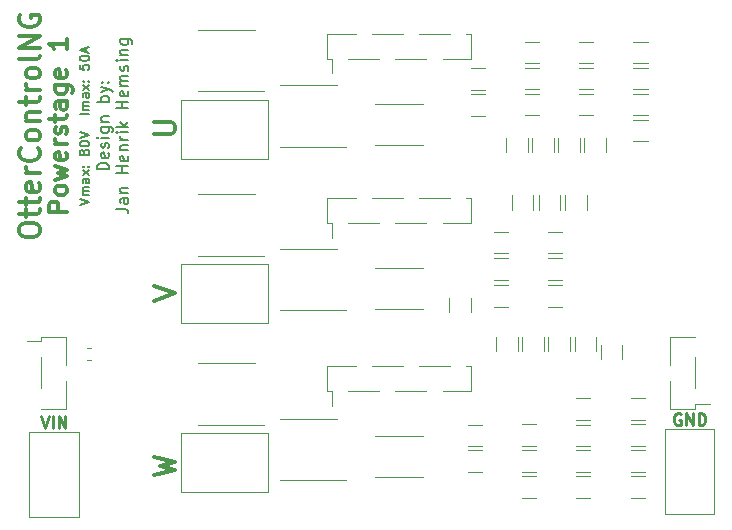
<source format=gto>
G04 #@! TF.GenerationSoftware,KiCad,Pcbnew,5.1.0*
G04 #@! TF.CreationDate,2019-05-14T15:50:41+02:00*
G04 #@! TF.ProjectId,AluPCB,416c7550-4342-42e6-9b69-6361645f7063,rev?*
G04 #@! TF.SameCoordinates,Original*
G04 #@! TF.FileFunction,Legend,Top*
G04 #@! TF.FilePolarity,Positive*
%FSLAX46Y46*%
G04 Gerber Fmt 4.6, Leading zero omitted, Abs format (unit mm)*
G04 Created by KiCad (PCBNEW 5.1.0) date 2019-05-14 15:50:41*
%MOMM*%
%LPD*%
G04 APERTURE LIST*
%ADD10C,0.120000*%
%ADD11C,0.150000*%
%ADD12C,0.300000*%
%ADD13C,0.250000*%
G04 APERTURE END LIST*
D10*
X79700000Y-65900000D02*
X75500000Y-65900000D01*
X79700000Y-58700000D02*
X79700000Y-65900000D01*
X75500000Y-58700000D02*
X79700000Y-58700000D01*
X75500000Y-65900000D02*
X75500000Y-58700000D01*
X21700000Y-66100000D02*
X25900000Y-66100000D01*
X21700000Y-58900000D02*
X21700000Y-66100000D01*
X25900000Y-58900000D02*
X21700000Y-58900000D01*
X25900000Y-66100000D02*
X25900000Y-58900000D01*
X34500000Y-30800000D02*
X34500000Y-35800000D01*
X41900000Y-30800000D02*
X34500000Y-30800000D01*
X41900000Y-35800000D02*
X41900000Y-30800000D01*
X34500000Y-35800000D02*
X41900000Y-35800000D01*
X34500000Y-49700000D02*
X41900000Y-49700000D01*
X34500000Y-44700000D02*
X34500000Y-49700000D01*
X41900000Y-44700000D02*
X34500000Y-44700000D01*
X41900000Y-49700000D02*
X41900000Y-44700000D01*
X34500000Y-64000000D02*
X34500000Y-59000000D01*
X41900000Y-64000000D02*
X34500000Y-64000000D01*
X41900000Y-59000000D02*
X41900000Y-64000000D01*
X34500000Y-59000000D02*
X41900000Y-59000000D01*
D11*
X28427380Y-36690476D02*
X27427380Y-36690476D01*
X27427380Y-36452380D01*
X27475000Y-36309523D01*
X27570238Y-36214285D01*
X27665476Y-36166666D01*
X27855952Y-36119047D01*
X27998809Y-36119047D01*
X28189285Y-36166666D01*
X28284523Y-36214285D01*
X28379761Y-36309523D01*
X28427380Y-36452380D01*
X28427380Y-36690476D01*
X28379761Y-35309523D02*
X28427380Y-35404761D01*
X28427380Y-35595238D01*
X28379761Y-35690476D01*
X28284523Y-35738095D01*
X27903571Y-35738095D01*
X27808333Y-35690476D01*
X27760714Y-35595238D01*
X27760714Y-35404761D01*
X27808333Y-35309523D01*
X27903571Y-35261904D01*
X27998809Y-35261904D01*
X28094047Y-35738095D01*
X28379761Y-34880952D02*
X28427380Y-34785714D01*
X28427380Y-34595238D01*
X28379761Y-34500000D01*
X28284523Y-34452380D01*
X28236904Y-34452380D01*
X28141666Y-34500000D01*
X28094047Y-34595238D01*
X28094047Y-34738095D01*
X28046428Y-34833333D01*
X27951190Y-34880952D01*
X27903571Y-34880952D01*
X27808333Y-34833333D01*
X27760714Y-34738095D01*
X27760714Y-34595238D01*
X27808333Y-34500000D01*
X28427380Y-34023809D02*
X27760714Y-34023809D01*
X27427380Y-34023809D02*
X27475000Y-34071428D01*
X27522619Y-34023809D01*
X27475000Y-33976190D01*
X27427380Y-34023809D01*
X27522619Y-34023809D01*
X27760714Y-33119047D02*
X28570238Y-33119047D01*
X28665476Y-33166666D01*
X28713095Y-33214285D01*
X28760714Y-33309523D01*
X28760714Y-33452380D01*
X28713095Y-33547619D01*
X28379761Y-33119047D02*
X28427380Y-33214285D01*
X28427380Y-33404761D01*
X28379761Y-33500000D01*
X28332142Y-33547619D01*
X28236904Y-33595238D01*
X27951190Y-33595238D01*
X27855952Y-33547619D01*
X27808333Y-33500000D01*
X27760714Y-33404761D01*
X27760714Y-33214285D01*
X27808333Y-33119047D01*
X27760714Y-32642857D02*
X28427380Y-32642857D01*
X27855952Y-32642857D02*
X27808333Y-32595238D01*
X27760714Y-32500000D01*
X27760714Y-32357142D01*
X27808333Y-32261904D01*
X27903571Y-32214285D01*
X28427380Y-32214285D01*
X28427380Y-30976190D02*
X27427380Y-30976190D01*
X27808333Y-30976190D02*
X27760714Y-30880952D01*
X27760714Y-30690476D01*
X27808333Y-30595238D01*
X27855952Y-30547619D01*
X27951190Y-30500000D01*
X28236904Y-30500000D01*
X28332142Y-30547619D01*
X28379761Y-30595238D01*
X28427380Y-30690476D01*
X28427380Y-30880952D01*
X28379761Y-30976190D01*
X27760714Y-30166666D02*
X28427380Y-29928571D01*
X27760714Y-29690476D02*
X28427380Y-29928571D01*
X28665476Y-30023809D01*
X28713095Y-30071428D01*
X28760714Y-30166666D01*
X28332142Y-29309523D02*
X28379761Y-29261904D01*
X28427380Y-29309523D01*
X28379761Y-29357142D01*
X28332142Y-29309523D01*
X28427380Y-29309523D01*
X27808333Y-29309523D02*
X27855952Y-29261904D01*
X27903571Y-29309523D01*
X27855952Y-29357142D01*
X27808333Y-29309523D01*
X27903571Y-29309523D01*
X29077380Y-40047619D02*
X29791666Y-40047619D01*
X29934523Y-40095238D01*
X30029761Y-40190476D01*
X30077380Y-40333333D01*
X30077380Y-40428571D01*
X30077380Y-39142857D02*
X29553571Y-39142857D01*
X29458333Y-39190476D01*
X29410714Y-39285714D01*
X29410714Y-39476190D01*
X29458333Y-39571428D01*
X30029761Y-39142857D02*
X30077380Y-39238095D01*
X30077380Y-39476190D01*
X30029761Y-39571428D01*
X29934523Y-39619047D01*
X29839285Y-39619047D01*
X29744047Y-39571428D01*
X29696428Y-39476190D01*
X29696428Y-39238095D01*
X29648809Y-39142857D01*
X29410714Y-38666666D02*
X30077380Y-38666666D01*
X29505952Y-38666666D02*
X29458333Y-38619047D01*
X29410714Y-38523809D01*
X29410714Y-38380952D01*
X29458333Y-38285714D01*
X29553571Y-38238095D01*
X30077380Y-38238095D01*
X30077380Y-37000000D02*
X29077380Y-37000000D01*
X29553571Y-37000000D02*
X29553571Y-36428571D01*
X30077380Y-36428571D02*
X29077380Y-36428571D01*
X30029761Y-35571428D02*
X30077380Y-35666666D01*
X30077380Y-35857142D01*
X30029761Y-35952380D01*
X29934523Y-36000000D01*
X29553571Y-36000000D01*
X29458333Y-35952380D01*
X29410714Y-35857142D01*
X29410714Y-35666666D01*
X29458333Y-35571428D01*
X29553571Y-35523809D01*
X29648809Y-35523809D01*
X29744047Y-36000000D01*
X29410714Y-35095238D02*
X30077380Y-35095238D01*
X29505952Y-35095238D02*
X29458333Y-35047619D01*
X29410714Y-34952380D01*
X29410714Y-34809523D01*
X29458333Y-34714285D01*
X29553571Y-34666666D01*
X30077380Y-34666666D01*
X30077380Y-34190476D02*
X29410714Y-34190476D01*
X29601190Y-34190476D02*
X29505952Y-34142857D01*
X29458333Y-34095238D01*
X29410714Y-34000000D01*
X29410714Y-33904761D01*
X30077380Y-33571428D02*
X29410714Y-33571428D01*
X29077380Y-33571428D02*
X29125000Y-33619047D01*
X29172619Y-33571428D01*
X29125000Y-33523809D01*
X29077380Y-33571428D01*
X29172619Y-33571428D01*
X30077380Y-33095238D02*
X29077380Y-33095238D01*
X29696428Y-33000000D02*
X30077380Y-32714285D01*
X29410714Y-32714285D02*
X29791666Y-33095238D01*
X30077380Y-31523809D02*
X29077380Y-31523809D01*
X29553571Y-31523809D02*
X29553571Y-30952380D01*
X30077380Y-30952380D02*
X29077380Y-30952380D01*
X30029761Y-30095238D02*
X30077380Y-30190476D01*
X30077380Y-30380952D01*
X30029761Y-30476190D01*
X29934523Y-30523809D01*
X29553571Y-30523809D01*
X29458333Y-30476190D01*
X29410714Y-30380952D01*
X29410714Y-30190476D01*
X29458333Y-30095238D01*
X29553571Y-30047619D01*
X29648809Y-30047619D01*
X29744047Y-30523809D01*
X30077380Y-29619047D02*
X29410714Y-29619047D01*
X29505952Y-29619047D02*
X29458333Y-29571428D01*
X29410714Y-29476190D01*
X29410714Y-29333333D01*
X29458333Y-29238095D01*
X29553571Y-29190476D01*
X30077380Y-29190476D01*
X29553571Y-29190476D02*
X29458333Y-29142857D01*
X29410714Y-29047619D01*
X29410714Y-28904761D01*
X29458333Y-28809523D01*
X29553571Y-28761904D01*
X30077380Y-28761904D01*
X30029761Y-28333333D02*
X30077380Y-28238095D01*
X30077380Y-28047619D01*
X30029761Y-27952380D01*
X29934523Y-27904761D01*
X29886904Y-27904761D01*
X29791666Y-27952380D01*
X29744047Y-28047619D01*
X29744047Y-28190476D01*
X29696428Y-28285714D01*
X29601190Y-28333333D01*
X29553571Y-28333333D01*
X29458333Y-28285714D01*
X29410714Y-28190476D01*
X29410714Y-28047619D01*
X29458333Y-27952380D01*
X30077380Y-27476190D02*
X29410714Y-27476190D01*
X29077380Y-27476190D02*
X29125000Y-27523809D01*
X29172619Y-27476190D01*
X29125000Y-27428571D01*
X29077380Y-27476190D01*
X29172619Y-27476190D01*
X29410714Y-27000000D02*
X30077380Y-27000000D01*
X29505952Y-27000000D02*
X29458333Y-26952380D01*
X29410714Y-26857142D01*
X29410714Y-26714285D01*
X29458333Y-26619047D01*
X29553571Y-26571428D01*
X30077380Y-26571428D01*
X29410714Y-25666666D02*
X30220238Y-25666666D01*
X30315476Y-25714285D01*
X30363095Y-25761904D01*
X30410714Y-25857142D01*
X30410714Y-26000000D01*
X30363095Y-26095238D01*
X30029761Y-25666666D02*
X30077380Y-25761904D01*
X30077380Y-25952380D01*
X30029761Y-26047619D01*
X29982142Y-26095238D01*
X29886904Y-26142857D01*
X29601190Y-26142857D01*
X29505952Y-26095238D01*
X29458333Y-26047619D01*
X29410714Y-25952380D01*
X29410714Y-25761904D01*
X29458333Y-25666666D01*
X25961904Y-39704761D02*
X26761904Y-39438095D01*
X25961904Y-39171428D01*
X26761904Y-38904761D02*
X26228571Y-38904761D01*
X26304761Y-38904761D02*
X26266666Y-38866666D01*
X26228571Y-38790476D01*
X26228571Y-38676190D01*
X26266666Y-38600000D01*
X26342857Y-38561904D01*
X26761904Y-38561904D01*
X26342857Y-38561904D02*
X26266666Y-38523809D01*
X26228571Y-38447619D01*
X26228571Y-38333333D01*
X26266666Y-38257142D01*
X26342857Y-38219047D01*
X26761904Y-38219047D01*
X26761904Y-37495238D02*
X26342857Y-37495238D01*
X26266666Y-37533333D01*
X26228571Y-37609523D01*
X26228571Y-37761904D01*
X26266666Y-37838095D01*
X26723809Y-37495238D02*
X26761904Y-37571428D01*
X26761904Y-37761904D01*
X26723809Y-37838095D01*
X26647619Y-37876190D01*
X26571428Y-37876190D01*
X26495238Y-37838095D01*
X26457142Y-37761904D01*
X26457142Y-37571428D01*
X26419047Y-37495238D01*
X26761904Y-37190476D02*
X26228571Y-36771428D01*
X26228571Y-37190476D02*
X26761904Y-36771428D01*
X26685714Y-36466666D02*
X26723809Y-36428571D01*
X26761904Y-36466666D01*
X26723809Y-36504761D01*
X26685714Y-36466666D01*
X26761904Y-36466666D01*
X26266666Y-36466666D02*
X26304761Y-36428571D01*
X26342857Y-36466666D01*
X26304761Y-36504761D01*
X26266666Y-36466666D01*
X26342857Y-36466666D01*
X26304761Y-35361904D02*
X26266666Y-35438095D01*
X26228571Y-35476190D01*
X26152380Y-35514285D01*
X26114285Y-35514285D01*
X26038095Y-35476190D01*
X26000000Y-35438095D01*
X25961904Y-35361904D01*
X25961904Y-35209523D01*
X26000000Y-35133333D01*
X26038095Y-35095238D01*
X26114285Y-35057142D01*
X26152380Y-35057142D01*
X26228571Y-35095238D01*
X26266666Y-35133333D01*
X26304761Y-35209523D01*
X26304761Y-35361904D01*
X26342857Y-35438095D01*
X26380952Y-35476190D01*
X26457142Y-35514285D01*
X26609523Y-35514285D01*
X26685714Y-35476190D01*
X26723809Y-35438095D01*
X26761904Y-35361904D01*
X26761904Y-35209523D01*
X26723809Y-35133333D01*
X26685714Y-35095238D01*
X26609523Y-35057142D01*
X26457142Y-35057142D01*
X26380952Y-35095238D01*
X26342857Y-35133333D01*
X26304761Y-35209523D01*
X25961904Y-34561904D02*
X25961904Y-34485714D01*
X26000000Y-34409523D01*
X26038095Y-34371428D01*
X26114285Y-34333333D01*
X26266666Y-34295238D01*
X26457142Y-34295238D01*
X26609523Y-34333333D01*
X26685714Y-34371428D01*
X26723809Y-34409523D01*
X26761904Y-34485714D01*
X26761904Y-34561904D01*
X26723809Y-34638095D01*
X26685714Y-34676190D01*
X26609523Y-34714285D01*
X26457142Y-34752380D01*
X26266666Y-34752380D01*
X26114285Y-34714285D01*
X26038095Y-34676190D01*
X26000000Y-34638095D01*
X25961904Y-34561904D01*
X25961904Y-34066666D02*
X26761904Y-33800000D01*
X25961904Y-33533333D01*
X26761904Y-32047619D02*
X25961904Y-32047619D01*
X26761904Y-31666666D02*
X26228571Y-31666666D01*
X26304761Y-31666666D02*
X26266666Y-31628571D01*
X26228571Y-31552380D01*
X26228571Y-31438095D01*
X26266666Y-31361904D01*
X26342857Y-31323809D01*
X26761904Y-31323809D01*
X26342857Y-31323809D02*
X26266666Y-31285714D01*
X26228571Y-31209523D01*
X26228571Y-31095238D01*
X26266666Y-31019047D01*
X26342857Y-30980952D01*
X26761904Y-30980952D01*
X26761904Y-30257142D02*
X26342857Y-30257142D01*
X26266666Y-30295238D01*
X26228571Y-30371428D01*
X26228571Y-30523809D01*
X26266666Y-30600000D01*
X26723809Y-30257142D02*
X26761904Y-30333333D01*
X26761904Y-30523809D01*
X26723809Y-30600000D01*
X26647619Y-30638095D01*
X26571428Y-30638095D01*
X26495238Y-30600000D01*
X26457142Y-30523809D01*
X26457142Y-30333333D01*
X26419047Y-30257142D01*
X26761904Y-29952380D02*
X26228571Y-29533333D01*
X26228571Y-29952380D02*
X26761904Y-29533333D01*
X26685714Y-29228571D02*
X26723809Y-29190476D01*
X26761904Y-29228571D01*
X26723809Y-29266666D01*
X26685714Y-29228571D01*
X26761904Y-29228571D01*
X26266666Y-29228571D02*
X26304761Y-29190476D01*
X26342857Y-29228571D01*
X26304761Y-29266666D01*
X26266666Y-29228571D01*
X26342857Y-29228571D01*
X25961904Y-27857142D02*
X25961904Y-28238095D01*
X26342857Y-28276190D01*
X26304761Y-28238095D01*
X26266666Y-28161904D01*
X26266666Y-27971428D01*
X26304761Y-27895238D01*
X26342857Y-27857142D01*
X26419047Y-27819047D01*
X26609523Y-27819047D01*
X26685714Y-27857142D01*
X26723809Y-27895238D01*
X26761904Y-27971428D01*
X26761904Y-28161904D01*
X26723809Y-28238095D01*
X26685714Y-28276190D01*
X25961904Y-27323809D02*
X25961904Y-27247619D01*
X26000000Y-27171428D01*
X26038095Y-27133333D01*
X26114285Y-27095238D01*
X26266666Y-27057142D01*
X26457142Y-27057142D01*
X26609523Y-27095238D01*
X26685714Y-27133333D01*
X26723809Y-27171428D01*
X26761904Y-27247619D01*
X26761904Y-27323809D01*
X26723809Y-27400000D01*
X26685714Y-27438095D01*
X26609523Y-27476190D01*
X26457142Y-27514285D01*
X26266666Y-27514285D01*
X26114285Y-27476190D01*
X26038095Y-27438095D01*
X26000000Y-27400000D01*
X25961904Y-27323809D01*
X26533333Y-26752380D02*
X26533333Y-26371428D01*
X26761904Y-26828571D02*
X25961904Y-26561904D01*
X26761904Y-26295238D01*
D12*
X24878571Y-40285714D02*
X23378571Y-40285714D01*
X23378571Y-39714285D01*
X23450000Y-39571428D01*
X23521428Y-39500000D01*
X23664285Y-39428571D01*
X23878571Y-39428571D01*
X24021428Y-39500000D01*
X24092857Y-39571428D01*
X24164285Y-39714285D01*
X24164285Y-40285714D01*
X24878571Y-38571428D02*
X24807142Y-38714285D01*
X24735714Y-38785714D01*
X24592857Y-38857142D01*
X24164285Y-38857142D01*
X24021428Y-38785714D01*
X23950000Y-38714285D01*
X23878571Y-38571428D01*
X23878571Y-38357142D01*
X23950000Y-38214285D01*
X24021428Y-38142857D01*
X24164285Y-38071428D01*
X24592857Y-38071428D01*
X24735714Y-38142857D01*
X24807142Y-38214285D01*
X24878571Y-38357142D01*
X24878571Y-38571428D01*
X23878571Y-37571428D02*
X24878571Y-37285714D01*
X24164285Y-37000000D01*
X24878571Y-36714285D01*
X23878571Y-36428571D01*
X24807142Y-35285714D02*
X24878571Y-35428571D01*
X24878571Y-35714285D01*
X24807142Y-35857142D01*
X24664285Y-35928571D01*
X24092857Y-35928571D01*
X23950000Y-35857142D01*
X23878571Y-35714285D01*
X23878571Y-35428571D01*
X23950000Y-35285714D01*
X24092857Y-35214285D01*
X24235714Y-35214285D01*
X24378571Y-35928571D01*
X24878571Y-34571428D02*
X23878571Y-34571428D01*
X24164285Y-34571428D02*
X24021428Y-34500000D01*
X23950000Y-34428571D01*
X23878571Y-34285714D01*
X23878571Y-34142857D01*
X24807142Y-33714285D02*
X24878571Y-33571428D01*
X24878571Y-33285714D01*
X24807142Y-33142857D01*
X24664285Y-33071428D01*
X24592857Y-33071428D01*
X24450000Y-33142857D01*
X24378571Y-33285714D01*
X24378571Y-33500000D01*
X24307142Y-33642857D01*
X24164285Y-33714285D01*
X24092857Y-33714285D01*
X23950000Y-33642857D01*
X23878571Y-33500000D01*
X23878571Y-33285714D01*
X23950000Y-33142857D01*
X23878571Y-32642857D02*
X23878571Y-32071428D01*
X23378571Y-32428571D02*
X24664285Y-32428571D01*
X24807142Y-32357142D01*
X24878571Y-32214285D01*
X24878571Y-32071428D01*
X24878571Y-30928571D02*
X24092857Y-30928571D01*
X23950000Y-31000000D01*
X23878571Y-31142857D01*
X23878571Y-31428571D01*
X23950000Y-31571428D01*
X24807142Y-30928571D02*
X24878571Y-31071428D01*
X24878571Y-31428571D01*
X24807142Y-31571428D01*
X24664285Y-31642857D01*
X24521428Y-31642857D01*
X24378571Y-31571428D01*
X24307142Y-31428571D01*
X24307142Y-31071428D01*
X24235714Y-30928571D01*
X23878571Y-29571428D02*
X25092857Y-29571428D01*
X25235714Y-29642857D01*
X25307142Y-29714285D01*
X25378571Y-29857142D01*
X25378571Y-30071428D01*
X25307142Y-30214285D01*
X24807142Y-29571428D02*
X24878571Y-29714285D01*
X24878571Y-30000000D01*
X24807142Y-30142857D01*
X24735714Y-30214285D01*
X24592857Y-30285714D01*
X24164285Y-30285714D01*
X24021428Y-30214285D01*
X23950000Y-30142857D01*
X23878571Y-30000000D01*
X23878571Y-29714285D01*
X23950000Y-29571428D01*
X24807142Y-28285714D02*
X24878571Y-28428571D01*
X24878571Y-28714285D01*
X24807142Y-28857142D01*
X24664285Y-28928571D01*
X24092857Y-28928571D01*
X23950000Y-28857142D01*
X23878571Y-28714285D01*
X23878571Y-28428571D01*
X23950000Y-28285714D01*
X24092857Y-28214285D01*
X24235714Y-28214285D01*
X24378571Y-28928571D01*
X24878571Y-25642857D02*
X24878571Y-26500000D01*
X24878571Y-26071428D02*
X23378571Y-26071428D01*
X23592857Y-26214285D01*
X23735714Y-26357142D01*
X23807142Y-26500000D01*
X20841666Y-42000000D02*
X20841666Y-41666666D01*
X20925000Y-41500000D01*
X21091666Y-41333333D01*
X21425000Y-41250000D01*
X22008333Y-41250000D01*
X22341666Y-41333333D01*
X22508333Y-41500000D01*
X22591666Y-41666666D01*
X22591666Y-42000000D01*
X22508333Y-42166666D01*
X22341666Y-42333333D01*
X22008333Y-42416666D01*
X21425000Y-42416666D01*
X21091666Y-42333333D01*
X20925000Y-42166666D01*
X20841666Y-42000000D01*
X21425000Y-40750000D02*
X21425000Y-40083333D01*
X20841666Y-40500000D02*
X22341666Y-40500000D01*
X22508333Y-40416666D01*
X22591666Y-40250000D01*
X22591666Y-40083333D01*
X21425000Y-39750000D02*
X21425000Y-39083333D01*
X20841666Y-39500000D02*
X22341666Y-39500000D01*
X22508333Y-39416666D01*
X22591666Y-39250000D01*
X22591666Y-39083333D01*
X22508333Y-37833333D02*
X22591666Y-38000000D01*
X22591666Y-38333333D01*
X22508333Y-38500000D01*
X22341666Y-38583333D01*
X21675000Y-38583333D01*
X21508333Y-38500000D01*
X21425000Y-38333333D01*
X21425000Y-38000000D01*
X21508333Y-37833333D01*
X21675000Y-37750000D01*
X21841666Y-37750000D01*
X22008333Y-38583333D01*
X22591666Y-37000000D02*
X21425000Y-37000000D01*
X21758333Y-37000000D02*
X21591666Y-36916666D01*
X21508333Y-36833333D01*
X21425000Y-36666666D01*
X21425000Y-36500000D01*
X22425000Y-34916666D02*
X22508333Y-35000000D01*
X22591666Y-35250000D01*
X22591666Y-35416666D01*
X22508333Y-35666666D01*
X22341666Y-35833333D01*
X22175000Y-35916666D01*
X21841666Y-36000000D01*
X21591666Y-36000000D01*
X21258333Y-35916666D01*
X21091666Y-35833333D01*
X20925000Y-35666666D01*
X20841666Y-35416666D01*
X20841666Y-35250000D01*
X20925000Y-35000000D01*
X21008333Y-34916666D01*
X22591666Y-33916666D02*
X22508333Y-34083333D01*
X22425000Y-34166666D01*
X22258333Y-34250000D01*
X21758333Y-34250000D01*
X21591666Y-34166666D01*
X21508333Y-34083333D01*
X21425000Y-33916666D01*
X21425000Y-33666666D01*
X21508333Y-33500000D01*
X21591666Y-33416666D01*
X21758333Y-33333333D01*
X22258333Y-33333333D01*
X22425000Y-33416666D01*
X22508333Y-33500000D01*
X22591666Y-33666666D01*
X22591666Y-33916666D01*
X21425000Y-32583333D02*
X22591666Y-32583333D01*
X21591666Y-32583333D02*
X21508333Y-32500000D01*
X21425000Y-32333333D01*
X21425000Y-32083333D01*
X21508333Y-31916666D01*
X21675000Y-31833333D01*
X22591666Y-31833333D01*
X21425000Y-31250000D02*
X21425000Y-30583333D01*
X20841666Y-31000000D02*
X22341666Y-31000000D01*
X22508333Y-30916666D01*
X22591666Y-30750000D01*
X22591666Y-30583333D01*
X22591666Y-30000000D02*
X21425000Y-30000000D01*
X21758333Y-30000000D02*
X21591666Y-29916666D01*
X21508333Y-29833333D01*
X21425000Y-29666666D01*
X21425000Y-29500000D01*
X22591666Y-28666666D02*
X22508333Y-28833333D01*
X22425000Y-28916666D01*
X22258333Y-29000000D01*
X21758333Y-29000000D01*
X21591666Y-28916666D01*
X21508333Y-28833333D01*
X21425000Y-28666666D01*
X21425000Y-28416666D01*
X21508333Y-28250000D01*
X21591666Y-28166666D01*
X21758333Y-28083333D01*
X22258333Y-28083333D01*
X22425000Y-28166666D01*
X22508333Y-28250000D01*
X22591666Y-28416666D01*
X22591666Y-28666666D01*
X22591666Y-27083333D02*
X22508333Y-27250000D01*
X22341666Y-27333333D01*
X20841666Y-27333333D01*
X22591666Y-26416666D02*
X20841666Y-26416666D01*
X22591666Y-25416666D01*
X20841666Y-25416666D01*
X20925000Y-23666666D02*
X20841666Y-23833333D01*
X20841666Y-24083333D01*
X20925000Y-24333333D01*
X21091666Y-24500000D01*
X21258333Y-24583333D01*
X21591666Y-24666666D01*
X21841666Y-24666666D01*
X22175000Y-24583333D01*
X22341666Y-24500000D01*
X22508333Y-24333333D01*
X22591666Y-24083333D01*
X22591666Y-23916666D01*
X22508333Y-23666666D01*
X22425000Y-23583333D01*
X21841666Y-23583333D01*
X21841666Y-23916666D01*
X32214285Y-33714285D02*
X33671428Y-33714285D01*
X33842857Y-33628571D01*
X33928571Y-33542857D01*
X34014285Y-33371428D01*
X34014285Y-33028571D01*
X33928571Y-32857142D01*
X33842857Y-32771428D01*
X33671428Y-32685714D01*
X32214285Y-32685714D01*
X32214285Y-47800000D02*
X34014285Y-47200000D01*
X32214285Y-46600000D01*
X32214285Y-62571428D02*
X34014285Y-62142857D01*
X32728571Y-61800000D01*
X34014285Y-61457142D01*
X32214285Y-61028571D01*
D13*
X22704761Y-57552380D02*
X23038095Y-58552380D01*
X23371428Y-57552380D01*
X23704761Y-58552380D02*
X23704761Y-57552380D01*
X24180952Y-58552380D02*
X24180952Y-57552380D01*
X24752380Y-58552380D01*
X24752380Y-57552380D01*
X76838095Y-57400000D02*
X76742857Y-57352380D01*
X76600000Y-57352380D01*
X76457142Y-57400000D01*
X76361904Y-57495238D01*
X76314285Y-57590476D01*
X76266666Y-57780952D01*
X76266666Y-57923809D01*
X76314285Y-58114285D01*
X76361904Y-58209523D01*
X76457142Y-58304761D01*
X76600000Y-58352380D01*
X76695238Y-58352380D01*
X76838095Y-58304761D01*
X76885714Y-58257142D01*
X76885714Y-57923809D01*
X76695238Y-57923809D01*
X77314285Y-58352380D02*
X77314285Y-57352380D01*
X77885714Y-58352380D01*
X77885714Y-57352380D01*
X78361904Y-58352380D02*
X78361904Y-57352380D01*
X78600000Y-57352380D01*
X78742857Y-57400000D01*
X78838095Y-57495238D01*
X78885714Y-57590476D01*
X78933333Y-57780952D01*
X78933333Y-57923809D01*
X78885714Y-58114285D01*
X78838095Y-58209523D01*
X78742857Y-58304761D01*
X78600000Y-58352380D01*
X78361904Y-58352380D01*
D10*
X56685000Y-27340000D02*
X59060000Y-27340000D01*
X52685000Y-27340000D02*
X55315000Y-27340000D01*
X48685000Y-27340000D02*
X51315000Y-27340000D01*
X54685000Y-25220000D02*
X57315000Y-25220000D01*
X50685000Y-25220000D02*
X53315000Y-25220000D01*
X58685000Y-25220000D02*
X59060000Y-25220000D01*
X46940000Y-27340000D02*
X47315000Y-27340000D01*
X47315000Y-27340000D02*
X47315000Y-28570000D01*
X46940000Y-25220000D02*
X49315000Y-25220000D01*
X59060000Y-27340000D02*
X59060000Y-25220000D01*
X46940000Y-27340000D02*
X46940000Y-25220000D01*
X22690000Y-52595000D02*
X22690000Y-55225000D01*
X24810000Y-54595000D02*
X24810000Y-56970000D01*
X24810000Y-56595000D02*
X24810000Y-56970000D01*
X22690000Y-50850000D02*
X22690000Y-51225000D01*
X22690000Y-51225000D02*
X21460000Y-51225000D01*
X24810000Y-50850000D02*
X24810000Y-53225000D01*
X22690000Y-56970000D02*
X24810000Y-56970000D01*
X22690000Y-50850000D02*
X24810000Y-50850000D01*
X78060000Y-55225000D02*
X78060000Y-52595000D01*
X75940000Y-53225000D02*
X75940000Y-50850000D01*
X75940000Y-51225000D02*
X75940000Y-50850000D01*
X78060000Y-56970000D02*
X78060000Y-56595000D01*
X78060000Y-56595000D02*
X79290000Y-56595000D01*
X75940000Y-56970000D02*
X75940000Y-54595000D01*
X78060000Y-50850000D02*
X75940000Y-50850000D01*
X78060000Y-56970000D02*
X75940000Y-56970000D01*
X56685000Y-41260000D02*
X59060000Y-41260000D01*
X52685000Y-41260000D02*
X55315000Y-41260000D01*
X48685000Y-41260000D02*
X51315000Y-41260000D01*
X54685000Y-39140000D02*
X57315000Y-39140000D01*
X50685000Y-39140000D02*
X53315000Y-39140000D01*
X58685000Y-39140000D02*
X59060000Y-39140000D01*
X46940000Y-41260000D02*
X47315000Y-41260000D01*
X47315000Y-41260000D02*
X47315000Y-42490000D01*
X46940000Y-39140000D02*
X49315000Y-39140000D01*
X59060000Y-41260000D02*
X59060000Y-39140000D01*
X46940000Y-41260000D02*
X46940000Y-39140000D01*
X56685000Y-55480000D02*
X59060000Y-55480000D01*
X52685000Y-55480000D02*
X55315000Y-55480000D01*
X48685000Y-55480000D02*
X51315000Y-55480000D01*
X54685000Y-53360000D02*
X57315000Y-53360000D01*
X50685000Y-53360000D02*
X53315000Y-53360000D01*
X58685000Y-53360000D02*
X59060000Y-53360000D01*
X46940000Y-55480000D02*
X47315000Y-55480000D01*
X47315000Y-55480000D02*
X47315000Y-56710000D01*
X46940000Y-53360000D02*
X49315000Y-53360000D01*
X59060000Y-55480000D02*
X59060000Y-53360000D01*
X46940000Y-55480000D02*
X46940000Y-53360000D01*
X26587221Y-52860000D02*
X26912779Y-52860000D01*
X26587221Y-51840000D02*
X26912779Y-51840000D01*
X60286379Y-28124315D02*
X59082251Y-28124315D01*
X60286379Y-29944315D02*
X59082251Y-29944315D01*
X72597936Y-57910000D02*
X73802064Y-57910000D01*
X72597936Y-56090000D02*
X73802064Y-56090000D01*
X61240000Y-50897936D02*
X61240000Y-52102064D01*
X63060000Y-50897936D02*
X63060000Y-52102064D01*
X60286379Y-30324315D02*
X59082251Y-30324315D01*
X60286379Y-32144315D02*
X59082251Y-32144315D01*
X68910000Y-40102064D02*
X68910000Y-38897936D01*
X67090000Y-40102064D02*
X67090000Y-38897936D01*
X69202064Y-56090000D02*
X67997936Y-56090000D01*
X69202064Y-57910000D02*
X67997936Y-57910000D01*
X63440000Y-50897935D02*
X63440000Y-52102063D01*
X65260000Y-50897935D02*
X65260000Y-52102063D01*
X72597936Y-64490000D02*
X73802064Y-64490000D01*
X72597936Y-62670000D02*
X73802064Y-62670000D01*
X69452065Y-25890000D02*
X68247937Y-25890000D01*
X69452065Y-27710000D02*
X68247937Y-27710000D01*
X65640000Y-50897936D02*
X65640000Y-52102064D01*
X67460000Y-50897936D02*
X67460000Y-52102064D01*
X69452064Y-28090000D02*
X68247936Y-28090000D01*
X69452064Y-29910000D02*
X68247936Y-29910000D01*
X72597936Y-62310000D02*
X73802064Y-62310000D01*
X72597936Y-60490000D02*
X73802064Y-60490000D01*
X69202065Y-58310000D02*
X67997937Y-58310000D01*
X69202065Y-60130000D02*
X67997937Y-60130000D01*
X69452064Y-30290000D02*
X68247936Y-30290000D01*
X69452064Y-32110000D02*
X68247936Y-32110000D01*
X63647936Y-32110000D02*
X64852064Y-32110000D01*
X63647936Y-30290000D02*
X64852064Y-30290000D01*
X72597936Y-60110000D02*
X73802064Y-60110000D01*
X72597936Y-58290000D02*
X73802064Y-58290000D01*
X67890000Y-50897936D02*
X67890000Y-52102064D01*
X69710000Y-50897936D02*
X69710000Y-52102064D01*
X63647936Y-29910000D02*
X64852064Y-29910000D01*
X63647936Y-28090000D02*
X64852064Y-28090000D01*
X69202064Y-60490000D02*
X67997936Y-60490000D01*
X69202064Y-62310000D02*
X67997936Y-62310000D01*
X64290000Y-33997936D02*
X64290000Y-35202064D01*
X66110000Y-33997936D02*
X66110000Y-35202064D01*
X63397937Y-64490000D02*
X64602065Y-64490000D01*
X63397937Y-62670000D02*
X64602065Y-62670000D01*
X63647936Y-27710000D02*
X64852064Y-27710000D01*
X63647936Y-25890000D02*
X64852064Y-25890000D01*
X72847936Y-34310000D02*
X74052064Y-34310000D01*
X72847936Y-32490000D02*
X74052064Y-32490000D01*
X69202064Y-62690000D02*
X67997936Y-62690000D01*
X69202064Y-64510000D02*
X67997936Y-64510000D01*
X66490000Y-33997937D02*
X66490000Y-35202065D01*
X68310000Y-33997937D02*
X68310000Y-35202065D01*
X72847936Y-29910000D02*
X74052064Y-29910000D01*
X72847936Y-28090000D02*
X74052064Y-28090000D01*
X63397936Y-62310000D02*
X64602064Y-62310000D01*
X63397936Y-60490000D02*
X64602064Y-60490000D01*
X60002063Y-58310000D02*
X58797935Y-58310000D01*
X60002063Y-60130000D02*
X58797935Y-60130000D01*
X72847936Y-27710000D02*
X74052064Y-27710000D01*
X72847936Y-25890000D02*
X74052064Y-25890000D01*
X63397936Y-60110000D02*
X64602064Y-60110000D01*
X63397936Y-58290000D02*
X64602064Y-58290000D01*
X62090000Y-33997936D02*
X62090000Y-35202064D01*
X63910000Y-33997936D02*
X63910000Y-35202064D01*
X60002064Y-60490000D02*
X58797936Y-60490000D01*
X60002064Y-62310000D02*
X58797936Y-62310000D01*
X68690000Y-33997936D02*
X68690000Y-35202064D01*
X70510000Y-33997936D02*
X70510000Y-35202064D01*
X70090000Y-51547936D02*
X70090000Y-52752064D01*
X71910000Y-51547936D02*
X71910000Y-52752064D01*
X72847936Y-32110000D02*
X74052064Y-32110000D01*
X72847936Y-30290000D02*
X74052064Y-30290000D01*
X66660000Y-40102064D02*
X66660000Y-38897936D01*
X64840000Y-40102064D02*
X64840000Y-38897936D01*
X65597936Y-46060000D02*
X66802064Y-46060000D01*
X65597936Y-44240000D02*
X66802064Y-44240000D01*
X62202064Y-41990000D02*
X60997936Y-41990000D01*
X62202064Y-43810000D02*
X60997936Y-43810000D01*
X65597936Y-48310000D02*
X66802064Y-48310000D01*
X65597936Y-46490000D02*
X66802064Y-46490000D01*
X64360000Y-40102064D02*
X64360000Y-38897936D01*
X62540000Y-40102064D02*
X62540000Y-38897936D01*
X62202064Y-46490000D02*
X60997936Y-46490000D01*
X62202064Y-48310000D02*
X60997936Y-48310000D01*
X62202064Y-44240000D02*
X60997936Y-44240000D01*
X62202064Y-46060000D02*
X60997936Y-46060000D01*
X59060000Y-48802064D02*
X59060000Y-47597936D01*
X57240000Y-48802064D02*
X57240000Y-47597936D01*
X65597936Y-43810000D02*
X66802064Y-43810000D01*
X65597936Y-41990000D02*
X66802064Y-41990000D01*
X50947936Y-34590001D02*
X55052064Y-34590001D01*
X50947936Y-31170001D02*
X55052064Y-31170001D01*
X42948000Y-34775999D02*
X48548000Y-34775999D01*
X42948000Y-29575999D02*
X47748000Y-29575999D01*
X36000000Y-30080000D02*
X41600000Y-30080000D01*
X36000000Y-24880000D02*
X40800000Y-24880000D01*
X42948000Y-48634000D02*
X48548000Y-48634000D01*
X42948000Y-43434000D02*
X47748000Y-43434000D01*
X36000000Y-44000000D02*
X41600000Y-44000000D01*
X36000000Y-38800000D02*
X40800000Y-38800000D01*
X42948000Y-62992000D02*
X48548000Y-62992000D01*
X42948000Y-57792000D02*
X47748000Y-57792000D01*
X36000000Y-58300000D02*
X41600000Y-58300000D01*
X36000000Y-53100000D02*
X40800000Y-53100000D01*
X50947935Y-48506000D02*
X55052063Y-48506000D01*
X50947935Y-45086000D02*
X55052063Y-45086000D01*
X50947936Y-62730000D02*
X55052064Y-62730000D01*
X50947936Y-59310000D02*
X55052064Y-59310000D01*
M02*

</source>
